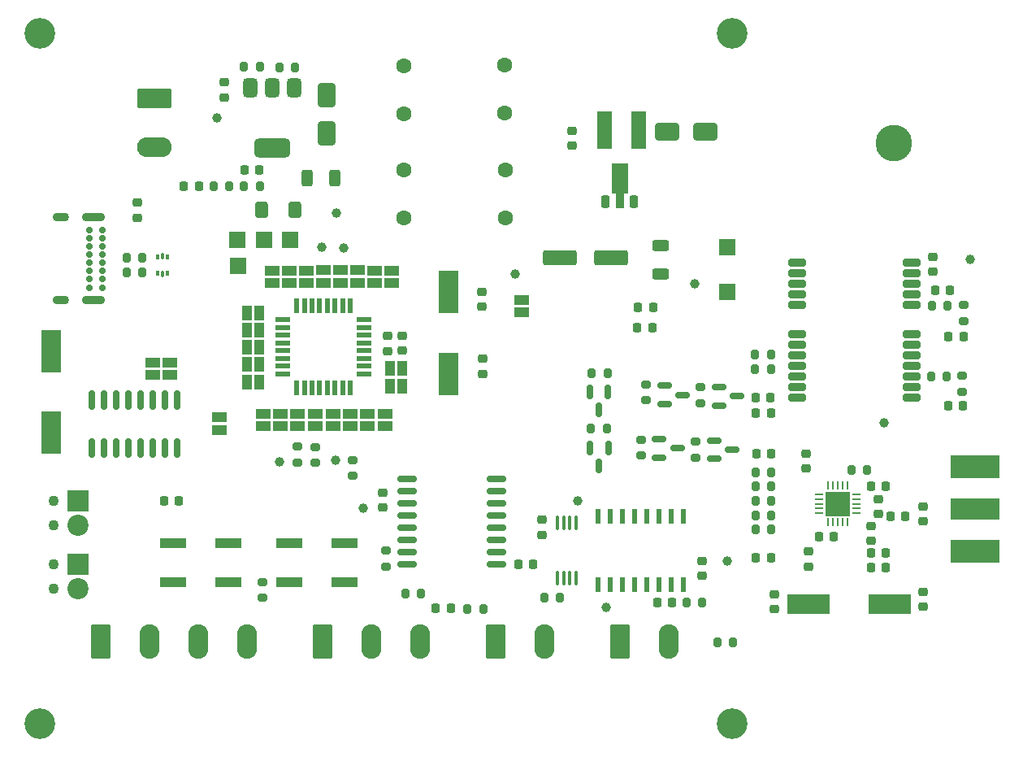
<source format=gbr>
%TF.GenerationSoftware,KiCad,Pcbnew,8.0.1*%
%TF.CreationDate,2024-11-10T18:35:02+01:00*%
%TF.ProjectId,Weather,57656174-6865-4722-9e6b-696361645f70,1.0*%
%TF.SameCoordinates,Original*%
%TF.FileFunction,Soldermask,Top*%
%TF.FilePolarity,Negative*%
%FSLAX46Y46*%
G04 Gerber Fmt 4.6, Leading zero omitted, Abs format (unit mm)*
G04 Created by KiCad (PCBNEW 8.0.1) date 2024-11-10 18:35:02*
%MOMM*%
%LPD*%
G01*
G04 APERTURE LIST*
G04 Aperture macros list*
%AMRoundRect*
0 Rectangle with rounded corners*
0 $1 Rounding radius*
0 $2 $3 $4 $5 $6 $7 $8 $9 X,Y pos of 4 corners*
0 Add a 4 corners polygon primitive as box body*
4,1,4,$2,$3,$4,$5,$6,$7,$8,$9,$2,$3,0*
0 Add four circle primitives for the rounded corners*
1,1,$1+$1,$2,$3*
1,1,$1+$1,$4,$5*
1,1,$1+$1,$6,$7*
1,1,$1+$1,$8,$9*
0 Add four rect primitives between the rounded corners*
20,1,$1+$1,$2,$3,$4,$5,0*
20,1,$1+$1,$4,$5,$6,$7,0*
20,1,$1+$1,$6,$7,$8,$9,0*
20,1,$1+$1,$8,$9,$2,$3,0*%
%AMFreePoly0*
4,1,9,3.862500,-0.866500,0.737500,-0.866500,0.737500,-0.450000,-0.737500,-0.450000,-0.737500,0.450000,0.737500,0.450000,0.737500,0.866500,3.862500,0.866500,3.862500,-0.866500,3.862500,-0.866500,$1*%
G04 Aperture macros list end*
%ADD10C,1.100000*%
%ADD11R,2.200000X2.200000*%
%ADD12C,2.200000*%
%ADD13R,1.500000X1.000000*%
%ADD14R,1.700000X1.700000*%
%ADD15RoundRect,0.200000X0.200000X0.275000X-0.200000X0.275000X-0.200000X-0.275000X0.200000X-0.275000X0*%
%ADD16C,1.000000*%
%ADD17RoundRect,0.150000X-0.587500X-0.150000X0.587500X-0.150000X0.587500X0.150000X-0.587500X0.150000X0*%
%ADD18RoundRect,0.225000X-0.250000X0.225000X-0.250000X-0.225000X0.250000X-0.225000X0.250000X0.225000X0*%
%ADD19RoundRect,0.250000X1.000000X0.650000X-1.000000X0.650000X-1.000000X-0.650000X1.000000X-0.650000X0*%
%ADD20RoundRect,0.218750X0.256250X-0.218750X0.256250X0.218750X-0.256250X0.218750X-0.256250X-0.218750X0*%
%ADD21RoundRect,0.218750X-0.218750X-0.256250X0.218750X-0.256250X0.218750X0.256250X-0.218750X0.256250X0*%
%ADD22RoundRect,0.249999X-0.790001X-1.550001X0.790001X-1.550001X0.790001X1.550001X-0.790001X1.550001X0*%
%ADD23O,2.080000X3.600000*%
%ADD24RoundRect,0.200000X0.275000X-0.200000X0.275000X0.200000X-0.275000X0.200000X-0.275000X-0.200000X0*%
%ADD25R,1.000000X1.500000*%
%ADD26RoundRect,0.200000X-0.200000X-0.275000X0.200000X-0.275000X0.200000X0.275000X-0.200000X0.275000X0*%
%ADD27RoundRect,0.218750X0.218750X0.256250X-0.218750X0.256250X-0.218750X-0.256250X0.218750X-0.256250X0*%
%ADD28RoundRect,0.225000X-0.225000X-0.250000X0.225000X-0.250000X0.225000X0.250000X-0.225000X0.250000X0*%
%ADD29RoundRect,0.093750X0.093750X-0.156250X0.093750X0.156250X-0.093750X0.156250X-0.093750X-0.156250X0*%
%ADD30RoundRect,0.075000X0.075000X-0.250000X0.075000X0.250000X-0.075000X0.250000X-0.075000X-0.250000X0*%
%ADD31R,2.000000X4.500000*%
%ADD32RoundRect,0.250000X1.500000X0.550000X-1.500000X0.550000X-1.500000X-0.550000X1.500000X-0.550000X0*%
%ADD33RoundRect,0.150000X-0.150000X0.587500X-0.150000X-0.587500X0.150000X-0.587500X0.150000X0.587500X0*%
%ADD34RoundRect,0.150000X-0.875000X-0.150000X0.875000X-0.150000X0.875000X0.150000X-0.875000X0.150000X0*%
%ADD35R,2.800000X1.000000*%
%ADD36R,1.500000X4.000000*%
%ADD37RoundRect,0.225000X0.225000X0.250000X-0.225000X0.250000X-0.225000X-0.250000X0.225000X-0.250000X0*%
%ADD38RoundRect,0.225000X0.250000X-0.225000X0.250000X0.225000X-0.250000X0.225000X-0.250000X-0.225000X0*%
%ADD39RoundRect,0.200000X-0.275000X0.200000X-0.275000X-0.200000X0.275000X-0.200000X0.275000X0.200000X0*%
%ADD40R,1.600000X0.550000*%
%ADD41R,0.550000X1.600000*%
%ADD42C,3.200000*%
%ADD43RoundRect,0.200000X0.700000X0.200000X-0.700000X0.200000X-0.700000X-0.200000X0.700000X-0.200000X0*%
%ADD44RoundRect,0.375000X-0.375000X0.625000X-0.375000X-0.625000X0.375000X-0.625000X0.375000X0.625000X0*%
%ADD45RoundRect,0.500000X-1.400000X0.500000X-1.400000X-0.500000X1.400000X-0.500000X1.400000X0.500000X0*%
%ADD46C,1.600000*%
%ADD47R,4.500000X2.000000*%
%ADD48C,3.800000*%
%ADD49RoundRect,0.250000X-0.650000X1.000000X-0.650000X-1.000000X0.650000X-1.000000X0.650000X1.000000X0*%
%ADD50RoundRect,0.249999X-1.550001X0.790001X-1.550001X-0.790001X1.550001X-0.790001X1.550001X0.790001X0*%
%ADD51O,3.600000X2.080000*%
%ADD52RoundRect,0.100000X0.100000X-0.637500X0.100000X0.637500X-0.100000X0.637500X-0.100000X-0.637500X0*%
%ADD53R,5.080000X2.290000*%
%ADD54R,5.080000X2.420000*%
%ADD55RoundRect,0.062500X-0.350000X-0.062500X0.350000X-0.062500X0.350000X0.062500X-0.350000X0.062500X0*%
%ADD56RoundRect,0.062500X-0.062500X-0.350000X0.062500X-0.350000X0.062500X0.350000X-0.062500X0.350000X0*%
%ADD57R,2.500000X2.500000*%
%ADD58RoundRect,0.250000X-0.312500X-0.625000X0.312500X-0.625000X0.312500X0.625000X-0.312500X0.625000X0*%
%ADD59C,0.700000*%
%ADD60O,2.400000X0.900000*%
%ADD61O,1.700000X0.900000*%
%ADD62RoundRect,0.250000X-0.625000X0.312500X-0.625000X-0.312500X0.625000X-0.312500X0.625000X0.312500X0*%
%ADD63RoundRect,0.250000X-0.400000X-0.600000X0.400000X-0.600000X0.400000X0.600000X-0.400000X0.600000X0*%
%ADD64R,0.600000X1.500000*%
%ADD65RoundRect,0.150000X-0.150000X0.825000X-0.150000X-0.825000X0.150000X-0.825000X0.150000X0.825000X0*%
%ADD66RoundRect,0.225000X0.225000X-0.425000X0.225000X0.425000X-0.225000X0.425000X-0.225000X-0.425000X0*%
%ADD67FreePoly0,90.000000*%
G04 APERTURE END LIST*
D10*
%TO.C,J30*%
X47210000Y-120085000D03*
X47210000Y-122625000D03*
D11*
X49750000Y-120085000D03*
D12*
X49750000Y-122625000D03*
%TD*%
D13*
%TO.C,J5*%
X73520600Y-90772000D03*
X73520600Y-89472000D03*
%TD*%
D14*
%TO.C,J37*%
X66395600Y-89001600D03*
%TD*%
D15*
%TO.C,R5*%
X99948000Y-123545600D03*
X98298000Y-123545600D03*
%TD*%
D16*
%TO.C,T19*%
X133705600Y-105308400D03*
%TD*%
D17*
%TO.C,Q5*%
X115969800Y-107188000D03*
X115969800Y-109088000D03*
X117844800Y-108138000D03*
%TD*%
D18*
%TO.C,C3*%
X98044000Y-115442400D03*
X98044000Y-116992400D03*
%TD*%
D19*
%TO.C,D6*%
X115061800Y-75024000D03*
X111061800Y-75024000D03*
%TD*%
D20*
%TO.C,D9*%
X55854600Y-83972600D03*
X55854600Y-82397600D03*
%TD*%
D16*
%TO.C,T18*%
X113944400Y-90881200D03*
%TD*%
D21*
%TO.C,L8*%
X120294000Y-102666800D03*
X121869000Y-102666800D03*
%TD*%
D13*
%TO.C,J3*%
X77076600Y-90751200D03*
X77076600Y-89451200D03*
%TD*%
D22*
%TO.C,J32*%
X93268800Y-128099300D03*
D23*
X98348800Y-128099300D03*
%TD*%
D24*
%TO.C,R33*%
X68935600Y-123545600D03*
X68935600Y-121895600D03*
%TD*%
D25*
%TO.C,J2*%
X67282600Y-97477600D03*
X68582600Y-97477600D03*
%TD*%
D13*
%TO.C,J4*%
X75298600Y-90751200D03*
X75298600Y-89451200D03*
%TD*%
D26*
%TO.C,R12*%
X120307500Y-111963200D03*
X121957500Y-111963200D03*
%TD*%
D13*
%TO.C,J7*%
X69964600Y-90772000D03*
X69964600Y-89472000D03*
%TD*%
D27*
%TO.C,L7*%
X109626600Y-93319600D03*
X108051600Y-93319600D03*
%TD*%
D28*
%TO.C,C23*%
X132334000Y-118872000D03*
X133884000Y-118872000D03*
%TD*%
D25*
%TO.C,J8*%
X68593000Y-93870800D03*
X67293000Y-93870800D03*
%TD*%
D26*
%TO.C,R21*%
X90298000Y-124714000D03*
X91948000Y-124714000D03*
%TD*%
D18*
%TO.C,C19*%
X125600000Y-108550000D03*
X125600000Y-110100000D03*
%TD*%
D17*
%TO.C,Q1*%
X116489200Y-101615200D03*
X116489200Y-103515200D03*
X118364200Y-102565200D03*
%TD*%
D29*
%TO.C,U10*%
X57975000Y-89780090D03*
D30*
X58512500Y-89855090D03*
D29*
X59050000Y-89780090D03*
X59050000Y-88080090D03*
D30*
X58512500Y-88005090D03*
D29*
X57975000Y-88080090D03*
%TD*%
D28*
%TO.C,C22*%
X132325000Y-111900000D03*
X133875000Y-111900000D03*
%TD*%
D31*
%TO.C,Y3*%
X46875000Y-97875000D03*
X46875000Y-106375000D03*
%TD*%
D32*
%TO.C,C18*%
X105285800Y-88181200D03*
X99885800Y-88181200D03*
%TD*%
D33*
%TO.C,Q3*%
X104965600Y-107977600D03*
X103065600Y-107977600D03*
X104015600Y-109852600D03*
%TD*%
D26*
%TO.C,R29*%
X54750200Y-88154490D03*
X56400200Y-88154490D03*
%TD*%
D14*
%TO.C,J41*%
X117348000Y-87044000D03*
%TD*%
D34*
%TO.C,U13*%
X84019600Y-111150400D03*
X84019600Y-112420400D03*
X84019600Y-113690400D03*
X84019600Y-114960400D03*
X84019600Y-116230400D03*
X84019600Y-117500400D03*
X84019600Y-118770400D03*
X84019600Y-120040400D03*
X93319600Y-120040400D03*
X93319600Y-118770400D03*
X93319600Y-117500400D03*
X93319600Y-116230400D03*
X93319600Y-114960400D03*
X93319600Y-113690400D03*
X93319600Y-112420400D03*
X93319600Y-111150400D03*
%TD*%
D21*
%TO.C,D8*%
X140360200Y-103581200D03*
X141935200Y-103581200D03*
%TD*%
D35*
%TO.C,SW1*%
X65384000Y-121888000D03*
X59584000Y-121888000D03*
X65384000Y-117888000D03*
X59584000Y-117888000D03*
%TD*%
D36*
%TO.C,L5*%
X104537400Y-74871600D03*
X108137400Y-74871600D03*
%TD*%
D22*
%TO.C,J35*%
X75234800Y-128117600D03*
D23*
X80314800Y-128117600D03*
X85394800Y-128117600D03*
%TD*%
D14*
%TO.C,J31*%
X69138800Y-86258400D03*
%TD*%
D37*
%TO.C,C4*%
X111607600Y-124002800D03*
X110057600Y-124002800D03*
%TD*%
D38*
%TO.C,C17*%
X101206600Y-76459400D03*
X101206600Y-74909400D03*
%TD*%
D39*
%TO.C,R8*%
X108396000Y-107097600D03*
X108396000Y-108747600D03*
%TD*%
D40*
%TO.C,U1*%
X79542200Y-100209600D03*
X79542200Y-99409600D03*
X79542200Y-98609600D03*
X79542200Y-97809600D03*
X79542200Y-97009600D03*
X79542200Y-96209600D03*
X79542200Y-95409600D03*
X79542200Y-94609600D03*
D41*
X78092200Y-93159600D03*
X77292200Y-93159600D03*
X76492200Y-93159600D03*
X75692200Y-93159600D03*
X74892200Y-93159600D03*
X74092200Y-93159600D03*
X73292200Y-93159600D03*
X72492200Y-93159600D03*
D40*
X71042200Y-94609600D03*
X71042200Y-95409600D03*
X71042200Y-96209600D03*
X71042200Y-97009600D03*
X71042200Y-97809600D03*
X71042200Y-98609600D03*
X71042200Y-99409600D03*
X71042200Y-100209600D03*
D41*
X72492200Y-101659600D03*
X73292200Y-101659600D03*
X74092200Y-101659600D03*
X74892200Y-101659600D03*
X75692200Y-101659600D03*
X76492200Y-101659600D03*
X77292200Y-101659600D03*
X78092200Y-101659600D03*
%TD*%
D13*
%TO.C,J22*%
X80632600Y-90761600D03*
X80632600Y-89461600D03*
%TD*%
D18*
%TO.C,C31*%
X122301000Y-123202400D03*
X122301000Y-124752400D03*
%TD*%
D26*
%TO.C,R10*%
X120295300Y-116433600D03*
X121945300Y-116433600D03*
%TD*%
D13*
%TO.C,J16*%
X78041800Y-104386400D03*
X78041800Y-105686400D03*
%TD*%
D42*
%TO.C,H2*%
X45720000Y-64770000D03*
%TD*%
D26*
%TO.C,R16*%
X66993800Y-68267600D03*
X68643800Y-68267600D03*
%TD*%
D24*
%TO.C,R27*%
X141833600Y-102081600D03*
X141833600Y-100431600D03*
%TD*%
D16*
%TO.C,T5*%
X70675800Y-109415600D03*
%TD*%
D39*
%TO.C,R35*%
X108915400Y-101321600D03*
X108915400Y-102971600D03*
%TD*%
D18*
%TO.C,C27*%
X138740400Y-88033800D03*
X138740400Y-89583800D03*
%TD*%
D43*
%TO.C,U9*%
X136612400Y-102666800D03*
X136612400Y-101566800D03*
X136612400Y-100466800D03*
X136612400Y-99366800D03*
X136612400Y-98266800D03*
X136612400Y-97166800D03*
X136612400Y-96066800D03*
X136612400Y-93066800D03*
X136612400Y-91966800D03*
X136612400Y-90866800D03*
X136612400Y-89766800D03*
X136612400Y-88666800D03*
X124612400Y-88666800D03*
X124612400Y-89766800D03*
X124612400Y-90866800D03*
X124612400Y-91966800D03*
X124612400Y-93066800D03*
X124612400Y-96066800D03*
X124612400Y-97166800D03*
X124612400Y-98266800D03*
X124612400Y-99366800D03*
X124612400Y-100466800D03*
X124612400Y-101566800D03*
X124612400Y-102666800D03*
%TD*%
D20*
%TO.C,L11*%
X133096000Y-114833500D03*
X133096000Y-113258500D03*
%TD*%
D21*
%TO.C,L10*%
X134340500Y-115062000D03*
X135915500Y-115062000D03*
%TD*%
D44*
%TO.C,U6*%
X72227800Y-70452000D03*
X69927800Y-70452000D03*
D45*
X69927800Y-76752000D03*
D44*
X67627800Y-70452000D03*
%TD*%
D13*
%TO.C,J11*%
X68999400Y-104386400D03*
X68999400Y-105686400D03*
%TD*%
D28*
%TO.C,C24*%
X132334000Y-120422000D03*
X133884000Y-120422000D03*
%TD*%
D13*
%TO.C,J12*%
X70777400Y-104386400D03*
X70777400Y-105686400D03*
%TD*%
%TO.C,J13*%
X72606200Y-104407200D03*
X72606200Y-105707200D03*
%TD*%
D24*
%TO.C,R25*%
X141986000Y-94742000D03*
X141986000Y-93092000D03*
%TD*%
D15*
%TO.C,R37*%
X104900000Y-100200000D03*
X103250000Y-100200000D03*
%TD*%
D46*
%TO.C,C13*%
X94247000Y-83986400D03*
X94247000Y-78986400D03*
%TD*%
D24*
%TO.C,R2*%
X74435000Y-109490800D03*
X74435000Y-107840800D03*
%TD*%
D16*
%TO.C,T9*%
X117348000Y-119684800D03*
%TD*%
D25*
%TO.C,J19*%
X82217800Y-101490800D03*
X83517800Y-101490800D03*
%TD*%
D21*
%TO.C,D2*%
X86969600Y-124663200D03*
X88544600Y-124663200D03*
%TD*%
D16*
%TO.C,T16*%
X76606400Y-83515200D03*
%TD*%
D14*
%TO.C,J38*%
X71831200Y-86258400D03*
%TD*%
D38*
%TO.C,C5*%
X114757200Y-121234800D03*
X114757200Y-119684800D03*
%TD*%
D21*
%TO.C,L3*%
X120345000Y-104292400D03*
X121920000Y-104292400D03*
%TD*%
D16*
%TO.C,T11*%
X101803200Y-113487200D03*
%TD*%
D47*
%TO.C,Y1*%
X125798000Y-124206000D03*
X134298000Y-124206000D03*
%TD*%
D18*
%TO.C,C7*%
X137795000Y-122910000D03*
X137795000Y-124460000D03*
%TD*%
D48*
%TO.C,AE1*%
X134721600Y-76200000D03*
%TD*%
D46*
%TO.C,C14*%
X83680600Y-84026400D03*
X83680600Y-79026400D03*
%TD*%
D24*
%TO.C,R1*%
X72555400Y-109440000D03*
X72555400Y-107790000D03*
%TD*%
D21*
%TO.C,D7*%
X140411000Y-96367600D03*
X141986000Y-96367600D03*
%TD*%
D28*
%TO.C,C20*%
X126900000Y-117200000D03*
X128450000Y-117200000D03*
%TD*%
D49*
%TO.C,D5*%
X75654200Y-71214000D03*
X75654200Y-75214000D03*
%TD*%
D26*
%TO.C,R23*%
X120243400Y-99720400D03*
X121893400Y-99720400D03*
%TD*%
D24*
%TO.C,R15*%
X78350000Y-110850000D03*
X78350000Y-109200000D03*
%TD*%
D15*
%TO.C,R3*%
X117982000Y-128219200D03*
X116332000Y-128219200D03*
%TD*%
D35*
%TO.C,SW2*%
X71700000Y-117900000D03*
X77500000Y-117900000D03*
X71700000Y-121900000D03*
X77500000Y-121900000D03*
%TD*%
D39*
%TO.C,R13*%
X81838800Y-118644400D03*
X81838800Y-120294400D03*
%TD*%
D25*
%TO.C,J10*%
X68593000Y-101084400D03*
X67293000Y-101084400D03*
%TD*%
D31*
%TO.C,Y2*%
X88303400Y-91720800D03*
X88303400Y-100220800D03*
%TD*%
D28*
%TO.C,C12*%
X67069000Y-79037200D03*
X68619000Y-79037200D03*
%TD*%
D18*
%TO.C,C8*%
X81432400Y-112610600D03*
X81432400Y-114160600D03*
%TD*%
D17*
%TO.C,Q2*%
X110799600Y-101462800D03*
X110799600Y-103362800D03*
X112674600Y-102412800D03*
%TD*%
D26*
%TO.C,R11*%
X120319700Y-113487200D03*
X121969700Y-113487200D03*
%TD*%
D14*
%TO.C,J42*%
X117348000Y-91694000D03*
%TD*%
D13*
%TO.C,J15*%
X76263800Y-104386400D03*
X76263800Y-105686400D03*
%TD*%
D38*
%TO.C,C1*%
X81953400Y-97846200D03*
X81953400Y-96296200D03*
%TD*%
D20*
%TO.C,L1*%
X132334000Y-117627500D03*
X132334000Y-116052500D03*
%TD*%
D26*
%TO.C,R22*%
X120269800Y-98247200D03*
X121919800Y-98247200D03*
%TD*%
D13*
%TO.C,J40*%
X64465200Y-104760000D03*
X64465200Y-106060000D03*
%TD*%
%TO.C,J28*%
X59263000Y-100358400D03*
X59263000Y-99058400D03*
%TD*%
D25*
%TO.C,J9*%
X68582600Y-99255600D03*
X67282600Y-99255600D03*
%TD*%
D16*
%TO.C,T15*%
X64224200Y-73601600D03*
%TD*%
D27*
%TO.C,L9*%
X121971000Y-108585000D03*
X120396000Y-108585000D03*
%TD*%
D42*
%TO.C,H4*%
X117906800Y-136652000D03*
%TD*%
D16*
%TO.C,T4*%
X76517800Y-109263200D03*
%TD*%
D38*
%TO.C,C11*%
X64986200Y-71443200D03*
X64986200Y-69893200D03*
%TD*%
D26*
%TO.C,R9*%
X120295300Y-114960400D03*
X121945300Y-114960400D03*
%TD*%
D22*
%TO.C,J33*%
X52120800Y-128099300D03*
D23*
X57200800Y-128099300D03*
X62280800Y-128099300D03*
X67360800Y-128099300D03*
%TD*%
D27*
%TO.C,L6*%
X109575800Y-95453200D03*
X108000800Y-95453200D03*
%TD*%
D15*
%TO.C,R36*%
X104815600Y-105952600D03*
X103165600Y-105952600D03*
%TD*%
D50*
%TO.C,J26*%
X57627500Y-71510000D03*
D51*
X57627500Y-76590000D03*
%TD*%
D52*
%TO.C,U2*%
X99659800Y-121480500D03*
X100309800Y-121480500D03*
X100959800Y-121480500D03*
X101609800Y-121480500D03*
X101609800Y-115755500D03*
X100959800Y-115755500D03*
X100309800Y-115755500D03*
X99659800Y-115755500D03*
%TD*%
D15*
%TO.C,R32*%
X131925000Y-110236000D03*
X130275000Y-110236000D03*
%TD*%
D10*
%TO.C,J25*%
X47210000Y-113481000D03*
X47210000Y-116021000D03*
D11*
X49750000Y-113481000D03*
D12*
X49750000Y-116021000D03*
%TD*%
D13*
%TO.C,J17*%
X79870600Y-104396800D03*
X79870600Y-105696800D03*
%TD*%
D21*
%TO.C,L2*%
X120345000Y-119380000D03*
X121920000Y-119380000D03*
%TD*%
D18*
%TO.C,C21*%
X125850000Y-118750000D03*
X125850000Y-120300000D03*
%TD*%
D15*
%TO.C,R17*%
X72313600Y-68318400D03*
X70663600Y-68318400D03*
%TD*%
D18*
%TO.C,C9*%
X91910200Y-98670800D03*
X91910200Y-100220800D03*
%TD*%
D13*
%TO.C,J14*%
X74435000Y-104396800D03*
X74435000Y-105696800D03*
%TD*%
%TO.C,J34*%
X57485000Y-100337600D03*
X57485000Y-99037600D03*
%TD*%
D16*
%TO.C,T20*%
X142697200Y-88341200D03*
%TD*%
D33*
%TO.C,Q4*%
X104915600Y-102127600D03*
X103015600Y-102127600D03*
X103965600Y-104002600D03*
%TD*%
D13*
%TO.C,J18*%
X81699400Y-104386400D03*
X81699400Y-105686400D03*
%TD*%
D28*
%TO.C,C30*%
X58648000Y-113436400D03*
X60198000Y-113436400D03*
%TD*%
D13*
%TO.C,J39*%
X95910400Y-93857600D03*
X95910400Y-92557600D03*
%TD*%
D39*
%TO.C,R34*%
X114554200Y-101626400D03*
X114554200Y-103276400D03*
%TD*%
D15*
%TO.C,R14*%
X85445600Y-123139200D03*
X83795600Y-123139200D03*
%TD*%
D26*
%TO.C,R28*%
X54750200Y-89678490D03*
X56400200Y-89678490D03*
%TD*%
D53*
%TO.C,J27*%
X143148400Y-114300000D03*
D54*
X143148400Y-118680000D03*
X143148400Y-109920000D03*
%TD*%
D25*
%TO.C,J1*%
X67282600Y-95699600D03*
X68582600Y-95699600D03*
%TD*%
D15*
%TO.C,R24*%
X140334000Y-93167200D03*
X138684000Y-93167200D03*
%TD*%
%TO.C,R4*%
X114757200Y-124002800D03*
X113107200Y-124002800D03*
%TD*%
D55*
%TO.C,U8*%
X126949200Y-112757200D03*
X126949200Y-113257200D03*
X126949200Y-113757200D03*
X126949200Y-114257200D03*
X126949200Y-114757200D03*
D56*
X127886700Y-115694700D03*
X128386700Y-115694700D03*
X128886700Y-115694700D03*
X129386700Y-115694700D03*
X129886700Y-115694700D03*
D55*
X130824200Y-114757200D03*
X130824200Y-114257200D03*
X130824200Y-113757200D03*
X130824200Y-113257200D03*
X130824200Y-112757200D03*
D56*
X129886700Y-111819700D03*
X129386700Y-111819700D03*
X128886700Y-111819700D03*
X128386700Y-111819700D03*
X127886700Y-111819700D03*
D57*
X128886700Y-113757200D03*
%TD*%
D22*
%TO.C,J24*%
X106172000Y-128099300D03*
D23*
X111252000Y-128099300D03*
%TD*%
D46*
%TO.C,C15*%
X83629800Y-73144400D03*
X83629800Y-68144400D03*
%TD*%
D58*
%TO.C,R20*%
X73542000Y-79850000D03*
X76467000Y-79850000D03*
%TD*%
D16*
%TO.C,T1*%
X77381400Y-87114400D03*
%TD*%
D59*
%TO.C,J29*%
X52285000Y-85285600D03*
X52285000Y-86135600D03*
X52285000Y-86985600D03*
X52285000Y-87835600D03*
X52285000Y-88685600D03*
X52285000Y-89535600D03*
X52285000Y-90385600D03*
X52285000Y-91235600D03*
X50935000Y-91235600D03*
X50935000Y-90385600D03*
X50935000Y-89535600D03*
X50935000Y-88685600D03*
X50935000Y-87835600D03*
X50935000Y-86985600D03*
X50935000Y-86135600D03*
X50935000Y-85285600D03*
D60*
X51305000Y-83935600D03*
D61*
X47925000Y-83935600D03*
D60*
X51305000Y-92585600D03*
D61*
X47925000Y-92585600D03*
%TD*%
D13*
%TO.C,J6*%
X71742600Y-90761600D03*
X71742600Y-89461600D03*
%TD*%
D42*
%TO.C,H3*%
X45720000Y-136652000D03*
%TD*%
D16*
%TO.C,T14*%
X79400400Y-114198400D03*
%TD*%
D39*
%TO.C,R7*%
X114085600Y-107300800D03*
X114085600Y-108950800D03*
%TD*%
D26*
%TO.C,R19*%
X63844200Y-80713600D03*
X65494200Y-80713600D03*
%TD*%
%TO.C,R18*%
X66993800Y-80713600D03*
X68643800Y-80713600D03*
%TD*%
D21*
%TO.C,D3*%
X60718800Y-80713600D03*
X62293800Y-80713600D03*
%TD*%
D37*
%TO.C,C6*%
X97155600Y-120040400D03*
X95605600Y-120040400D03*
%TD*%
D38*
%TO.C,C2*%
X83528200Y-97820200D03*
X83528200Y-96270200D03*
%TD*%
D42*
%TO.C,H1*%
X117906800Y-64770000D03*
%TD*%
D62*
%TO.C,R6*%
X110452200Y-86881800D03*
X110452200Y-89806800D03*
%TD*%
D63*
%TO.C,D4*%
X68834000Y-83159600D03*
X72334000Y-83159600D03*
%TD*%
D13*
%TO.C,J23*%
X82410600Y-90761600D03*
X82410600Y-89461600D03*
%TD*%
D17*
%TO.C,Q6*%
X110280200Y-107035600D03*
X110280200Y-108935600D03*
X112155200Y-107985600D03*
%TD*%
D46*
%TO.C,C16*%
X94196200Y-73064400D03*
X94196200Y-68064400D03*
%TD*%
D14*
%TO.C,J36*%
X66344800Y-86258400D03*
%TD*%
D15*
%TO.C,R26*%
X140232400Y-100482400D03*
X138582400Y-100482400D03*
%TD*%
D26*
%TO.C,R31*%
X120295300Y-110490000D03*
X121945300Y-110490000D03*
%TD*%
D37*
%TO.C,C26*%
X140563600Y-91490800D03*
X139013600Y-91490800D03*
%TD*%
D64*
%TO.C,U3*%
X112750600Y-115068000D03*
X111480600Y-115068000D03*
X110210600Y-115068000D03*
X108940600Y-115068000D03*
X107670600Y-115068000D03*
X106400600Y-115068000D03*
X105130600Y-115068000D03*
X103860600Y-115068000D03*
X103860600Y-122168000D03*
X105130600Y-122168000D03*
X106400600Y-122168000D03*
X107670600Y-122168000D03*
X108940600Y-122168000D03*
X110210600Y-122168000D03*
X111480600Y-122168000D03*
X112750600Y-122168000D03*
%TD*%
D65*
%TO.C,U11*%
X60025000Y-103000000D03*
X58755000Y-103000000D03*
X57485000Y-103000000D03*
X56215000Y-103000000D03*
X54945000Y-103000000D03*
X53675000Y-103000000D03*
X52405000Y-103000000D03*
X51135000Y-103000000D03*
X51135000Y-107950000D03*
X52405000Y-107950000D03*
X53675000Y-107950000D03*
X54945000Y-107950000D03*
X56215000Y-107950000D03*
X57485000Y-107950000D03*
X58755000Y-107950000D03*
X60025000Y-107950000D03*
%TD*%
D13*
%TO.C,J21*%
X78854600Y-90751200D03*
X78854600Y-89451200D03*
%TD*%
D16*
%TO.C,T17*%
X95300800Y-89814400D03*
%TD*%
D25*
%TO.C,J20*%
X82228200Y-99662000D03*
X83528200Y-99662000D03*
%TD*%
D38*
%TO.C,C25*%
X137800000Y-115583000D03*
X137800000Y-114033000D03*
%TD*%
D66*
%TO.C,U7*%
X104661000Y-82288400D03*
D67*
X106161000Y-82200900D03*
D66*
X107661000Y-82288400D03*
%TD*%
D16*
%TO.C,T10*%
X104749600Y-124510800D03*
%TD*%
%TO.C,T2*%
X75146200Y-87063600D03*
%TD*%
D38*
%TO.C,C10*%
X91808600Y-93223400D03*
X91808600Y-91673400D03*
%TD*%
M02*

</source>
